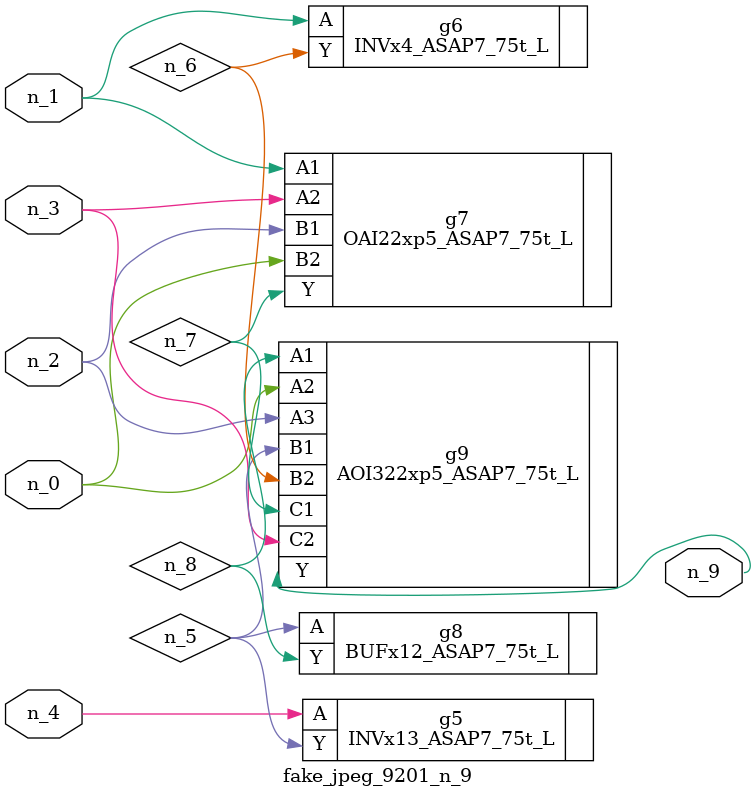
<source format=v>
module fake_jpeg_9201_n_9 (n_3, n_2, n_1, n_0, n_4, n_9);

input n_3;
input n_2;
input n_1;
input n_0;
input n_4;

output n_9;

wire n_8;
wire n_6;
wire n_5;
wire n_7;

INVx13_ASAP7_75t_L g5 ( 
.A(n_4),
.Y(n_5)
);

INVx4_ASAP7_75t_L g6 ( 
.A(n_1),
.Y(n_6)
);

OAI22xp5_ASAP7_75t_L g7 ( 
.A1(n_1),
.A2(n_3),
.B1(n_2),
.B2(n_0),
.Y(n_7)
);

BUFx12_ASAP7_75t_L g8 ( 
.A(n_5),
.Y(n_8)
);

AOI322xp5_ASAP7_75t_L g9 ( 
.A1(n_8),
.A2(n_0),
.A3(n_2),
.B1(n_5),
.B2(n_6),
.C1(n_7),
.C2(n_3),
.Y(n_9)
);


endmodule
</source>
